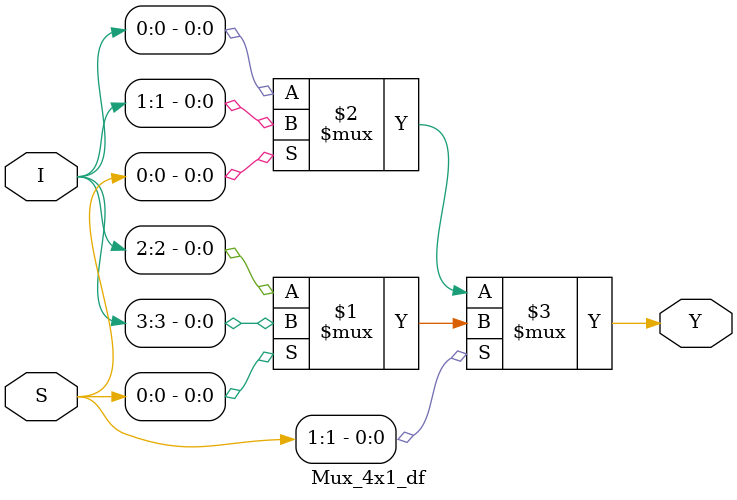
<source format=v>
`timescale 1ns / 1ps


module Mux_4x1_df(
input [3:0]I,
input [1:0]S,
output Y
    );
    assign Y=S[1]?(S[0]?I[3]:I[2]):(S[0]?I[1]:I[0]);
endmodule

</source>
